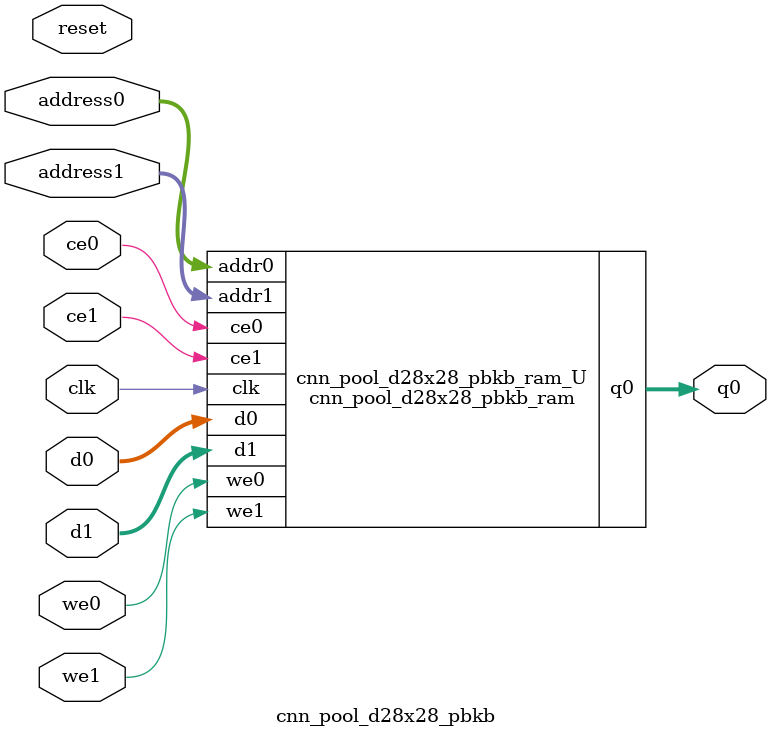
<source format=v>

`timescale 1 ns / 1 ps
module cnn_pool_d28x28_pbkb_ram (addr0, ce0, d0, we0, q0, addr1, ce1, d1, we1,  clk);

parameter DWIDTH = 32;
parameter AWIDTH = 5;
parameter MEM_SIZE = 28;

input[AWIDTH-1:0] addr0;
input ce0;
input[DWIDTH-1:0] d0;
input we0;
output reg[DWIDTH-1:0] q0;
input[AWIDTH-1:0] addr1;
input ce1;
input[DWIDTH-1:0] d1;
input we1;
input clk;

(* ram_style = "block" *)reg [DWIDTH-1:0] ram[0:MEM_SIZE-1];




always @(posedge clk)  
begin 
    if (ce0) 
    begin
        if (we0) 
        begin 
            ram[addr0] <= d0; 
            q0 <= d0;
        end 
        else 
            q0 <= ram[addr0];
    end
end


always @(posedge clk)  
begin 
    if (ce1) 
    begin
        if (we1) 
        begin 
            ram[addr1] <= d1; 
        end 
    end
end


endmodule


`timescale 1 ns / 1 ps
module cnn_pool_d28x28_pbkb(
    reset,
    clk,
    address0,
    ce0,
    we0,
    d0,
    q0,
    address1,
    ce1,
    we1,
    d1);

parameter DataWidth = 32'd32;
parameter AddressRange = 32'd28;
parameter AddressWidth = 32'd5;
input reset;
input clk;
input[AddressWidth - 1:0] address0;
input ce0;
input we0;
input[DataWidth - 1:0] d0;
output[DataWidth - 1:0] q0;
input[AddressWidth - 1:0] address1;
input ce1;
input we1;
input[DataWidth - 1:0] d1;



cnn_pool_d28x28_pbkb_ram cnn_pool_d28x28_pbkb_ram_U(
    .clk( clk ),
    .addr0( address0 ),
    .ce0( ce0 ),
    .d0( d0 ),
    .we0( we0 ),
    .q0( q0 ),
    .addr1( address1 ),
    .ce1( ce1 ),
    .d1( d1 ),
    .we1( we1 ));

endmodule


</source>
